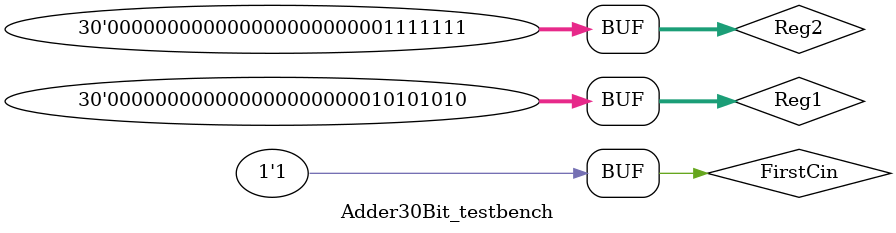
<source format=sv>
`timescale 1ps/100fs

module Adder30Bit(Reg1, Reg2, Sum, FirstCin, LastCout, Overflow);
	input [29:0] Reg1, Reg2;
	input FirstCin;
	output [29:0] Sum;
	output LastCout, Overflow;
	
	wire [28:0] Carry;
	
	OneBitAdd U0 (Reg1[0], Reg2[0], FirstCin, Sum[0], Carry[0]);
	
	genvar i;
	generate
	for(i=1; i<29; i=i+1) begin: adders
		OneBitAdd U (Reg1[i], Reg2[i], Carry[i-1], Sum[i], Carry[i]);
	end
	endgenerate

	OneBitAdd U30 (Reg1[29], Reg2[29], Carry[28], Sum[29], LastCout);
	
	xor #50 o(Overflow, LastCout, Carry[28]);

endmodule

module Adder30Bit_testbench();	 
  	reg [29:0] Reg1, Reg2; 
	reg FirstCin;   
  	wire[29:0] Sum; 
	wire LastCout;    
  	Adding32 dut (.Reg1, .Reg2, .FirstCin, .Sum, .LastCout);   
 initial begin  
        	Reg1=30'b0; Reg2=30'b0; FirstCin=0; #5000;   	 
        	Reg1=30'b1; Reg2=30'b0; FirstCin=1; #5000;   	 
        	Reg1=30'b110000; Reg2=30'b0001; FirstCin=0; #5000;   	 
        	Reg1=30'b10101010; Reg2=30'b1111111; FirstCin=1; #5000;   	   	 
 end     
endmodule
         
</source>
